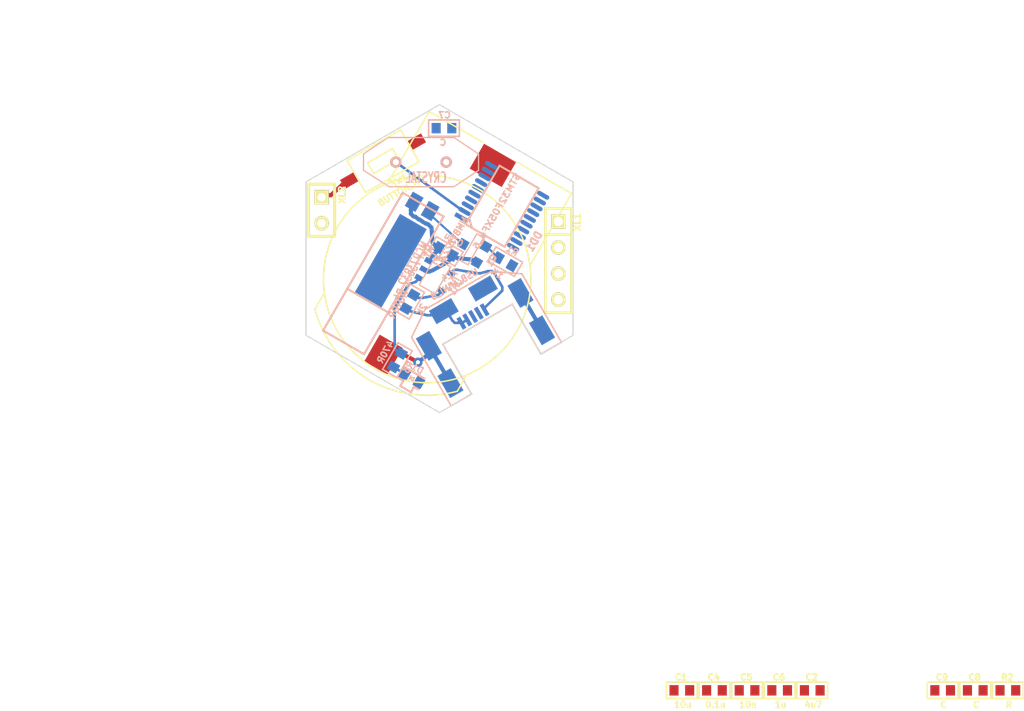
<source format=kicad_pcb>
(kicad_pcb (version 3) (host pcbnew "(2013-05-31 BZR 4019)-stable")

  (general
    (links 54)
    (no_connects 36)
    (area 197.849999 137.149999 223.950001 167.250001)
    (thickness 1.6)
    (drawings 25)
    (tracks 133)
    (zones 0)
    (modules 24)
    (nets 17)
  )

  (page A3)
  (layers
    (15 F.Cu signal)
    (0 B.Cu signal)
    (16 B.Adhes user)
    (17 F.Adhes user)
    (18 B.Paste user)
    (19 F.Paste user)
    (20 B.SilkS user)
    (21 F.SilkS user)
    (22 B.Mask user)
    (23 F.Mask user)
    (24 Dwgs.User user)
    (25 Cmts.User user)
    (26 Eco1.User user)
    (27 Eco2.User user)
    (28 Edge.Cuts user)
  )

  (setup
    (last_trace_width 0.2)
    (trace_clearance 0.2)
    (zone_clearance 0.508)
    (zone_45_only no)
    (trace_min 0.2)
    (segment_width 0.2)
    (edge_width 0.1)
    (via_size 0.9)
    (via_drill 0.4)
    (via_min_size 0.8)
    (via_min_drill 0.3)
    (uvia_size 0.3)
    (uvia_drill 0.1)
    (uvias_allowed no)
    (uvia_min_size 0.3)
    (uvia_min_drill 0.1)
    (pcb_text_width 0.3)
    (pcb_text_size 1.5 1.5)
    (mod_edge_width 0.15)
    (mod_text_size 1 1)
    (mod_text_width 0.15)
    (pad_size 1.5 1.5)
    (pad_drill 0.6)
    (pad_to_mask_clearance 0)
    (aux_axis_origin 0 0)
    (visible_elements FFFFFFBF)
    (pcbplotparams
      (layerselection 3178497)
      (usegerberextensions true)
      (excludeedgelayer true)
      (linewidth 0.150000)
      (plotframeref false)
      (viasonmask false)
      (mode 1)
      (useauxorigin false)
      (hpglpennumber 1)
      (hpglpenspeed 20)
      (hpglpendiameter 15)
      (hpglpenoverlay 2)
      (psnegative false)
      (psa4output false)
      (plotreference true)
      (plotvalue true)
      (plotothertext true)
      (plotinvisibletext false)
      (padsonsilk false)
      (subtractmaskfromsilk false)
      (outputformat 1)
      (mirror false)
      (drillshape 1)
      (scaleselection 1)
      (outputdirectory ""))
  )

  (net 0 "")
  (net 1 +BATT)
  (net 2 /Btn1)
  (net 3 /SWCLK)
  (net 4 /SWDIO)
  (net 5 GND)
  (net 6 N-0000012)
  (net 7 N-0000017)
  (net 8 N-0000019)
  (net 9 N-0000020)
  (net 10 N-0000021)
  (net 11 N-0000022)
  (net 12 N-0000024)
  (net 13 N-0000025)
  (net 14 N-0000026)
  (net 15 N-0000027)
  (net 16 N-0000028)

  (net_class Default "This is the default net class."
    (clearance 0.2)
    (trace_width 0.2)
    (via_dia 0.9)
    (via_drill 0.4)
    (uvia_dia 0.3)
    (uvia_drill 0.1)
    (add_net "")
    (add_net /Btn1)
    (add_net /SWCLK)
    (add_net /SWDIO)
    (add_net N-0000012)
    (add_net N-0000017)
    (add_net N-0000019)
    (add_net N-0000020)
    (add_net N-0000021)
    (add_net N-0000022)
    (add_net N-0000024)
    (add_net N-0000025)
    (add_net N-0000026)
    (add_net N-0000027)
    (add_net N-0000028)
  )

  (net_class Pwr ""
    (clearance 0.2)
    (trace_width 0.4)
    (via_dia 0.9)
    (via_drill 0.4)
    (uvia_dia 0.3)
    (uvia_drill 0.1)
    (add_net +BATT)
    (add_net GND)
  )

  (module USBmicro_MOLEX_WM17142 (layer B.Cu) (tedit 5191FED1) (tstamp 52D3BDD5)
    (at 214.6 158.6 120)
    (descr "Molex uUSB, PCB cut needed")
    (path /52CE7435)
    (fp_text reference XL4 (at 5.5 0 390) (layer B.SilkS)
      (effects (font (size 0.6 0.6) (thickness 0.15)) (justify mirror))
    )
    (fp_text value USB_MINI_B (at 4.5 0 390) (layer B.SilkS)
      (effects (font (size 0.6 0.6) (thickness 0.15)) (justify mirror))
    )
    (fp_line (start -5.6 3.9) (end -5.6 6.2) (layer B.SilkS) (width 0.15))
    (fp_line (start -5.6 6.2) (end 2.1 6.2) (layer B.SilkS) (width 0.15))
    (fp_line (start 2.1 6.2) (end 3.8 3.7) (layer B.SilkS) (width 0.15))
    (fp_line (start 3.8 3.7) (end 3.8 -3.7) (layer B.SilkS) (width 0.15))
    (fp_line (start 3.8 -3.7) (end 2.1 -6.2) (layer B.SilkS) (width 0.15))
    (fp_line (start 2.1 -6.2) (end -5.6 -6.2) (layer B.SilkS) (width 0.15))
    (fp_line (start -5.6 -6.2) (end -5.6 -3.9) (layer B.SilkS) (width 0.15))
    (fp_line (start -5.6 3.9) (end 0 3.9) (layer B.SilkS) (width 0.15))
    (fp_line (start 0 3.9) (end 0 -3.9) (layer B.SilkS) (width 0.15))
    (fp_line (start 0 -3.9) (end -5.6 -3.9) (layer B.SilkS) (width 0.15))
    (pad SHLD smd rect (at -3.65 5.15 120) (size 2.5 1.5)
      (layers B.Cu B.Paste B.Mask)
      (net 5 GND)
    )
    (pad SHLD smd rect (at -3.65 -5.15 120) (size 2.5 1.5)
      (layers B.Cu B.Paste B.Mask)
      (net 5 GND)
    )
    (pad SHLD smd rect (at 0.55 5.15 120) (size 2.5 1.5)
      (layers B.Cu B.Paste B.Mask)
      (net 5 GND)
    )
    (pad SHLD smd rect (at 0.55 -5.15 120) (size 2.5 1.5)
      (layers B.Cu B.Paste B.Mask)
      (net 5 GND)
    )
    (pad SHLD smd rect (at 2.75 2.2 30) (size 2.5 1.5)
      (layers B.Cu B.Paste B.Mask)
      (net 5 GND)
    )
    (pad SHLD smd rect (at 2.75 -2.2 30) (size 2.5 1.5)
      (layers B.Cu B.Paste B.Mask)
      (net 5 GND)
    )
    (pad 1 smd rect (at 0.875 1.3 120) (size 1.25 0.4)
      (layers B.Cu B.Paste B.Mask)
      (net 9 N-0000020)
    )
    (pad 2 smd rect (at 0.875 0.65 120) (size 1.25 0.4)
      (layers B.Cu B.Paste B.Mask)
    )
    (pad 3 smd rect (at 0.875 0 120) (size 1.25 0.4)
      (layers B.Cu B.Paste B.Mask)
    )
    (pad 4 smd rect (at 0.875 -0.65 120) (size 1.25 0.4)
      (layers B.Cu B.Paste B.Mask)
      (net 5 GND)
    )
    (pad 5 smd rect (at 0.875 -1.3 120) (size 1.25 0.4)
      (layers B.Cu B.Paste B.Mask)
      (net 5 GND)
    )
  )

  (module SSOP20 (layer B.Cu) (tedit 4D9B0B51) (tstamp 52CE6D2E)
    (at 217 147.1 60)
    (path /52CE5024)
    (fp_text reference DD1 (at -1.39954 4.42468 60) (layer B.SilkS)
      (effects (font (size 0.70104 0.70104) (thickness 0.17526)) (justify mirror))
    )
    (fp_text value STM32F05XF4_6 (at -0.68072 -0.21082 60) (layer B.SilkS)
      (effects (font (size 0.59944 0.70104) (thickness 0.14986)) (justify mirror))
    )
    (fp_line (start -3.29946 -1.50114) (end -2.60096 -2.19964) (layer B.SilkS) (width 0.20066))
    (fp_line (start -2.60096 -2.19964) (end -2.4003 -2.19964) (layer B.SilkS) (width 0.20066))
    (fp_line (start -3.29946 0) (end -3.29946 2.19964) (layer B.SilkS) (width 0.20066))
    (fp_line (start -3.29946 2.19964) (end 3.29946 2.19964) (layer B.SilkS) (width 0.20066))
    (fp_line (start 3.29946 2.19964) (end 3.29946 -2.19964) (layer B.SilkS) (width 0.20066))
    (fp_line (start 3.29946 -2.19964) (end -3.29946 -2.19964) (layer B.SilkS) (width 0.20066))
    (fp_line (start -3.29946 -2.19964) (end -3.29946 0) (layer B.SilkS) (width 0.20066))
    (pad 1 smd rect (at -2.94894 -2.92862 60) (size 0.4318 1.30048)
      (layers B.Cu B.Paste B.Mask)
      (net 5 GND)
    )
    (pad 2 smd oval (at -2.2733 -2.92862 60) (size 0.4318 1.30048)
      (layers B.Cu B.Paste B.Mask)
      (net 16 N-0000028)
    )
    (pad 3 smd oval (at -1.6256 -2.92862 60) (size 0.4318 1.30048)
      (layers B.Cu B.Paste B.Mask)
      (net 11 N-0000022)
    )
    (pad 4 smd oval (at -0.97536 -2.92862 60) (size 0.4318 1.30048)
      (layers B.Cu B.Paste B.Mask)
    )
    (pad 5 smd oval (at -0.32512 -2.92862 60) (size 0.4318 1.30048)
      (layers B.Cu B.Paste B.Mask)
      (net 1 +BATT)
    )
    (pad 6 smd oval (at 0.32512 -2.92862 60) (size 0.4318 1.30048)
      (layers B.Cu B.Paste B.Mask)
    )
    (pad 7 smd oval (at 0.97536 -2.92862 60) (size 0.4318 1.30048)
      (layers B.Cu B.Paste B.Mask)
      (net 12 N-0000024)
    )
    (pad 8 smd oval (at 1.6256 -2.92862 60) (size 0.4318 1.30048)
      (layers B.Cu B.Paste B.Mask)
      (net 2 /Btn1)
    )
    (pad 9 smd oval (at 2.27584 -2.92862 60) (size 0.4318 1.30048)
      (layers B.Cu B.Paste B.Mask)
    )
    (pad 10 smd oval (at 2.92608 -2.92862 60) (size 0.4318 1.30048)
      (layers B.Cu B.Paste B.Mask)
    )
    (pad 11 smd oval (at 2.92608 2.92862 60) (size 0.4318 1.30048)
      (layers B.Cu B.Paste B.Mask)
    )
    (pad 12 smd oval (at 2.27584 2.92862 60) (size 0.4318 1.30048)
      (layers B.Cu B.Paste B.Mask)
    )
    (pad 13 smd oval (at 1.6256 2.92862 60) (size 0.4318 1.30048)
      (layers B.Cu B.Paste B.Mask)
    )
    (pad 14 smd oval (at 0.97536 2.92862 60) (size 0.4318 1.30048)
      (layers B.Cu B.Paste B.Mask)
    )
    (pad 15 smd oval (at 0.32512 2.92862 60) (size 0.4318 1.30048)
      (layers B.Cu B.Paste B.Mask)
      (net 5 GND)
    )
    (pad 16 smd oval (at -0.32512 2.92862 60) (size 0.4318 1.30048)
      (layers B.Cu B.Paste B.Mask)
      (net 1 +BATT)
    )
    (pad 17 smd oval (at -0.97536 2.92862 60) (size 0.4318 1.30048)
      (layers B.Cu B.Paste B.Mask)
      (net 6 N-0000012)
    )
    (pad 18 smd oval (at -1.6256 2.92862 60) (size 0.4318 1.30048)
      (layers B.Cu B.Paste B.Mask)
    )
    (pad 19 smd oval (at -2.27584 2.92862 60) (size 0.4318 1.30048)
      (layers B.Cu B.Paste B.Mask)
      (net 4 /SWDIO)
    )
    (pad 20 smd oval (at -2.92608 2.92862 60) (size 0.4318 1.30048)
      (layers B.Cu B.Paste B.Mask)
      (net 3 /SWCLK)
    )
  )

  (module SOT23 (layer B.Cu) (tedit 4FFB45DA) (tstamp 52CE6D39)
    (at 214.1 151.3 60)
    (descr "Module SOT23")
    (path /52CE5E02)
    (attr smd)
    (fp_text reference Q1 (at 0 2.159 60) (layer B.SilkS)
      (effects (font (size 0.59944 0.59944) (thickness 0.14986)) (justify mirror))
    )
    (fp_text value MMBT2222 (at 0 -2.10058 60) (layer B.SilkS)
      (effects (font (size 0.59944 0.59944) (thickness 0.14986)) (justify mirror))
    )
    (fp_line (start -1.524 0.381) (end 1.524 0.381) (layer B.SilkS) (width 0.127))
    (fp_line (start 1.524 0.381) (end 1.524 -0.381) (layer B.SilkS) (width 0.127))
    (fp_line (start 1.524 -0.381) (end -1.524 -0.381) (layer B.SilkS) (width 0.127))
    (fp_line (start -1.524 -0.381) (end -1.524 0.381) (layer B.SilkS) (width 0.127))
    (pad 2 smd rect (at -0.889 1.016 60) (size 0.9144 0.9144)
      (layers B.Cu B.Paste B.Mask)
      (net 5 GND)
    )
    (pad 1 smd rect (at 0.889 1.016 60) (size 0.9144 0.9144)
      (layers B.Cu B.Paste B.Mask)
      (net 13 N-0000025)
    )
    (pad 3 smd rect (at 0 -1.016 60) (size 0.9144 0.9144)
      (layers B.Cu B.Paste B.Mask)
      (net 14 N-0000026)
    )
    (model 3d\sot23-3.wrl
      (at (xyz 0 0 0))
      (scale (xyz 1 1 1))
      (rotate (xyz 0 0 180))
    )
  )

  (module SIL-4 (layer F.Cu) (tedit 4EBAF149) (tstamp 52CE6D46)
    (at 222.474 152.392 270)
    (descr "Single-line connector 4-pin")
    (path /52CE6248)
    (fp_text reference XL1 (at -3.74904 -1.84912 270) (layer F.SilkS)
      (effects (font (size 0.635 0.635) (thickness 0.16002)))
    )
    (fp_text value ST_SWD (at 3.59918 -1.84912 270) (layer F.SilkS) hide
      (effects (font (size 0.635 0.635) (thickness 0.16002)))
    )
    (fp_line (start -2.54 -1.27) (end -2.54 1.27) (layer F.SilkS) (width 0.254))
    (fp_line (start -5.08 -1.27) (end 5.08 -1.27) (layer F.SilkS) (width 0.254))
    (fp_line (start 5.08 -1.27) (end 5.08 1.27) (layer F.SilkS) (width 0.254))
    (fp_line (start 5.08 1.27) (end -5.08 1.27) (layer F.SilkS) (width 0.254))
    (fp_line (start -5.08 1.27) (end -5.08 -1.27) (layer F.SilkS) (width 0.254))
    (pad 1 thru_hole rect (at -3.81 0 270) (size 1.39954 1.39954) (drill 0.89916)
      (layers *.Cu *.Mask F.SilkS)
      (net 1 +BATT)
    )
    (pad 2 thru_hole circle (at -1.27 0 270) (size 1.39954 1.39954) (drill 0.89916)
      (layers *.Cu *.Mask F.SilkS)
      (net 3 /SWCLK)
    )
    (pad 3 thru_hole circle (at 1.27 0 270) (size 1.39954 1.39954) (drill 0.89916)
      (layers *.Cu *.Mask F.SilkS)
      (net 5 GND)
    )
    (pad 4 thru_hole circle (at 3.81 0 270) (size 1.39954 1.39954) (drill 0.89916)
      (layers *.Cu *.Mask F.SilkS)
      (net 4 /SWDIO)
    )
  )

  (module SIL-2 (layer F.Cu) (tedit 4CE6706A) (tstamp 52CE6D50)
    (at 199.417 147.491 270)
    (descr "Connecteurs 2 pins")
    (tags "CONN DEV")
    (path /52CE6099)
    (fp_text reference XL2 (at -1.50114 -1.99898 270) (layer F.SilkS)
      (effects (font (size 0.635 0.635) (thickness 0.16002)))
    )
    (fp_text value CONN_2 (at 1.50114 -1.99898 270) (layer F.SilkS) hide
      (effects (font (size 0.635 0.635) (thickness 0.16002)))
    )
    (fp_line (start -2.54 1.27) (end -2.54 -1.27) (layer F.SilkS) (width 0.3048))
    (fp_line (start -2.54 -1.27) (end 2.54 -1.27) (layer F.SilkS) (width 0.3048))
    (fp_line (start 2.54 -1.27) (end 2.54 1.27) (layer F.SilkS) (width 0.3048))
    (fp_line (start 2.54 1.27) (end -2.54 1.27) (layer F.SilkS) (width 0.3048))
    (pad 1 thru_hole rect (at -1.27 0 270) (size 1.397 1.397) (drill 0.8128)
      (layers *.Cu *.Mask F.SilkS)
      (net 5 GND)
    )
    (pad 2 thru_hole circle (at 1.27 0 270) (size 1.397 1.397) (drill 0.8128)
      (layers *.Cu *.Mask F.SilkS)
      (net 6 N-0000012)
    )
  )

  (module RES_0603 (layer B.Cu) (tedit 518CEC2B) (tstamp 52CE6D5B)
    (at 217.3 152.5 150)
    (path /52CE5F4C)
    (attr smd)
    (fp_text reference R1 (at -0.0635 1.27 150) (layer B.SilkS)
      (effects (font (size 0.6 0.6) (thickness 0.15)) (justify mirror))
    )
    (fp_text value 1K (at 0.09906 -1.39954 150) (layer B.SilkS)
      (effects (font (size 0.6 0.6) (thickness 0.15)) (justify mirror))
    )
    (fp_line (start -1.5 0) (end -1.5 0.8) (layer B.SilkS) (width 0.15))
    (fp_line (start -1.5 0.8) (end 1.5 0.8) (layer B.SilkS) (width 0.15))
    (fp_line (start 1.5 0.8) (end 1.5 -0.8) (layer B.SilkS) (width 0.15))
    (fp_line (start 1.5 -0.8) (end -1.5 -0.8) (layer B.SilkS) (width 0.15))
    (fp_line (start -1.5 -0.8) (end -1.5 0) (layer B.SilkS) (width 0.15))
    (pad 1 smd rect (at -0.762 0 150) (size 0.889 1.016)
      (layers B.Cu B.Paste B.Mask)
      (net 12 N-0000024)
    )
    (pad 2 smd rect (at 0.762 0 150) (size 0.889 1.016)
      (layers B.Cu B.Paste B.Mask)
      (net 13 N-0000025)
    )
    (model 3d\r_0603.wrl
      (at (xyz 0 0 0))
      (scale (xyz 1 1 1))
      (rotate (xyz 0 0 0))
    )
  )

  (module RES_0603 (layer F.Cu) (tedit 518CEC2B) (tstamp 52CE6D66)
    (at 266.25 194.275)
    (path /52CE5C7A)
    (attr smd)
    (fp_text reference R2 (at -0.0635 -1.27) (layer F.SilkS)
      (effects (font (size 0.6 0.6) (thickness 0.15)))
    )
    (fp_text value R (at 0.09906 1.39954) (layer F.SilkS)
      (effects (font (size 0.6 0.6) (thickness 0.15)))
    )
    (fp_line (start -1.5 0) (end -1.5 -0.8) (layer F.SilkS) (width 0.15))
    (fp_line (start -1.5 -0.8) (end 1.5 -0.8) (layer F.SilkS) (width 0.15))
    (fp_line (start 1.5 -0.8) (end 1.5 0.8) (layer F.SilkS) (width 0.15))
    (fp_line (start 1.5 0.8) (end -1.5 0.8) (layer F.SilkS) (width 0.15))
    (fp_line (start -1.5 0.8) (end -1.5 0) (layer F.SilkS) (width 0.15))
    (pad 1 smd rect (at -0.762 0) (size 0.889 1.016)
      (layers F.Cu F.Paste F.Mask)
      (net 11 N-0000022)
    )
    (pad 2 smd rect (at 0.762 0) (size 0.889 1.016)
      (layers F.Cu F.Paste F.Mask)
      (net 15 N-0000027)
    )
    (model 3d\r_0603.wrl
      (at (xyz 0 0 0))
      (scale (xyz 1 1 1))
      (rotate (xyz 0 0 0))
    )
  )

  (module MOTOR_KHN4NX (layer B.Cu) (tedit 52A1BDC5) (tstamp 52CE6D75)
    (at 209.31 146.942 60)
    (path /52CE5E48)
    (fp_text reference M1 (at -3.7 2.8 60) (layer B.SilkS)
      (effects (font (size 0.6 0.6) (thickness 0.15)) (justify mirror))
    )
    (fp_text value MOTOR (at -9.6 2.8 60) (layer B.SilkS)
      (effects (font (size 0.6 0.6) (thickness 0.15)) (justify mirror))
    )
    (fp_line (start -10.8 -2.3) (end -15.5 -2.3) (layer B.SilkS) (width 0.2))
    (fp_line (start -15.5 -2.3) (end -15.5 2.3) (layer B.SilkS) (width 0.2))
    (fp_line (start -15.5 2.3) (end -10.8 2.3) (layer B.SilkS) (width 0.2))
    (fp_line (start 0 0) (end 0 -2.3) (layer B.SilkS) (width 0.2))
    (fp_line (start 0 -2.3) (end -10.8 -2.3) (layer B.SilkS) (width 0.2))
    (fp_line (start -10.8 -2.3) (end -10.8 2.3) (layer B.SilkS) (width 0.2))
    (fp_line (start -10.8 2.3) (end 0 2.3) (layer B.SilkS) (width 0.2))
    (fp_line (start 0 2.3) (end 0 0) (layer B.SilkS) (width 0.2))
    (pad 1 smd rect (at -0.2 0.9 60) (size 1.6 1.2)
      (layers B.Cu B.Paste B.Mask)
      (net 14 N-0000026)
    )
    (pad 2 smd rect (at -0.2 -0.9 60) (size 1.6 1.2)
      (layers B.Cu B.Paste B.Mask)
      (net 1 +BATT)
    )
    (pad PAD smd rect (at -6.3 0 60) (size 8.8 3)
      (layers B.Cu B.Paste B.Mask)
    )
  )

  (module CRYSTAL_HC49 (layer B.Cu) (tedit 4ECE10F1) (tstamp 52CE6D85)
    (at 209.1 142.8 180)
    (path /52CE5CED)
    (fp_text reference XTAL1 (at 0 1.75006 180) (layer B.SilkS) hide
      (effects (font (size 0.635 0.635) (thickness 0.16002)) (justify mirror))
    )
    (fp_text value CRYSTAL (at -0.50038 -1.50114 180) (layer B.SilkS)
      (effects (font (size 1.00076 0.635) (thickness 0.14986)) (justify mirror))
    )
    (fp_line (start 5.6007 0) (end 5.6007 -0.8001) (layer B.SilkS) (width 0.127))
    (fp_line (start 5.6007 -0.8001) (end 3.0988 -2.4003) (layer B.SilkS) (width 0.127))
    (fp_line (start 5.6007 0) (end 5.6007 0.8001) (layer B.SilkS) (width 0.127))
    (fp_line (start 5.6007 0.8001) (end 3.2004 2.4003) (layer B.SilkS) (width 0.127))
    (fp_line (start -5.6007 0) (end -5.6007 -0.8001) (layer B.SilkS) (width 0.127))
    (fp_line (start -5.6007 -0.8001) (end -3.2004 -2.4003) (layer B.SilkS) (width 0.127))
    (fp_line (start -5.6007 0) (end -5.6007 0.8001) (layer B.SilkS) (width 0.127))
    (fp_line (start -5.6007 0.8001) (end -3.2004 2.4003) (layer B.SilkS) (width 0.127))
    (fp_line (start 3.0988 -2.4003) (end -3.2004 -2.4003) (layer B.SilkS) (width 0.127))
    (fp_line (start -3.2004 2.4003) (end 3.2004 2.4003) (layer B.SilkS) (width 0.127))
    (pad 1 thru_hole circle (at -2.4511 0 90) (size 1.09982 1.09982) (drill 0.59944)
      (layers *.Cu *.Mask B.SilkS)
      (net 15 N-0000027)
    )
    (pad 2 thru_hole circle (at 2.4511 0 90) (size 1.09982 1.09982) (drill 0.59944)
      (layers *.Cu *.Mask B.SilkS)
      (net 16 N-0000028)
    )
  )

  (module CAP_0603 (layer F.Cu) (tedit 518CEBE1) (tstamp 52CE6D90)
    (at 263.075 194.275)
    (path /52CE5CDE)
    (attr smd)
    (fp_text reference C8 (at -0.0635 -1.27) (layer F.SilkS)
      (effects (font (size 0.6 0.6) (thickness 0.15)))
    )
    (fp_text value C (at 0.09906 1.39954) (layer F.SilkS)
      (effects (font (size 0.6 0.6) (thickness 0.15)))
    )
    (fp_line (start -1.5 0) (end -1.5 -0.8) (layer F.SilkS) (width 0.15))
    (fp_line (start -1.5 -0.8) (end 1.5 -0.8) (layer F.SilkS) (width 0.15))
    (fp_line (start 1.5 -0.8) (end 1.5 0.8) (layer F.SilkS) (width 0.15))
    (fp_line (start 1.5 0.8) (end -1.5 0.8) (layer F.SilkS) (width 0.15))
    (fp_line (start -1.5 0.8) (end -1.5 0) (layer F.SilkS) (width 0.15))
    (pad 1 smd rect (at -0.762 0) (size 0.889 1.016)
      (layers F.Cu F.Paste F.Mask)
      (net 16 N-0000028)
    )
    (pad 2 smd rect (at 0.762 0) (size 0.889 1.016)
      (layers F.Cu F.Paste F.Mask)
      (net 5 GND)
    )
    (model 3d\c_0603.wrl
      (at (xyz 0 0 0))
      (scale (xyz 1 1 1))
      (rotate (xyz 0 0 0))
    )
  )

  (module CAP_0603 (layer B.Cu) (tedit 518CEBE1) (tstamp 52CE6D9B)
    (at 211.336 139.488 180)
    (path /52CE5CCF)
    (attr smd)
    (fp_text reference C7 (at -0.0635 1.27 180) (layer B.SilkS)
      (effects (font (size 0.6 0.6) (thickness 0.15)) (justify mirror))
    )
    (fp_text value C (at 0.09906 -1.39954 180) (layer B.SilkS)
      (effects (font (size 0.6 0.6) (thickness 0.15)) (justify mirror))
    )
    (fp_line (start -1.5 0) (end -1.5 0.8) (layer B.SilkS) (width 0.15))
    (fp_line (start -1.5 0.8) (end 1.5 0.8) (layer B.SilkS) (width 0.15))
    (fp_line (start 1.5 0.8) (end 1.5 -0.8) (layer B.SilkS) (width 0.15))
    (fp_line (start 1.5 -0.8) (end -1.5 -0.8) (layer B.SilkS) (width 0.15))
    (fp_line (start -1.5 -0.8) (end -1.5 0) (layer B.SilkS) (width 0.15))
    (pad 1 smd rect (at -0.762 0 180) (size 0.889 1.016)
      (layers B.Cu B.Paste B.Mask)
      (net 15 N-0000027)
    )
    (pad 2 smd rect (at 0.762 0 180) (size 0.889 1.016)
      (layers B.Cu B.Paste B.Mask)
      (net 5 GND)
    )
    (model 3d\c_0603.wrl
      (at (xyz 0 0 0))
      (scale (xyz 1 1 1))
      (rotate (xyz 0 0 0))
    )
  )

  (module CAP_0603 (layer F.Cu) (tedit 518CEBE1) (tstamp 52CE6DA6)
    (at 247.2 194.275)
    (path /52CE5B89)
    (attr smd)
    (fp_text reference C2 (at -0.0635 -1.27) (layer F.SilkS)
      (effects (font (size 0.6 0.6) (thickness 0.15)))
    )
    (fp_text value 4u7 (at 0.09906 1.39954) (layer F.SilkS)
      (effects (font (size 0.6 0.6) (thickness 0.15)))
    )
    (fp_line (start -1.5 0) (end -1.5 -0.8) (layer F.SilkS) (width 0.15))
    (fp_line (start -1.5 -0.8) (end 1.5 -0.8) (layer F.SilkS) (width 0.15))
    (fp_line (start 1.5 -0.8) (end 1.5 0.8) (layer F.SilkS) (width 0.15))
    (fp_line (start 1.5 0.8) (end -1.5 0.8) (layer F.SilkS) (width 0.15))
    (fp_line (start -1.5 0.8) (end -1.5 0) (layer F.SilkS) (width 0.15))
    (pad 1 smd rect (at -0.762 0) (size 0.889 1.016)
      (layers F.Cu F.Paste F.Mask)
      (net 1 +BATT)
    )
    (pad 2 smd rect (at 0.762 0) (size 0.889 1.016)
      (layers F.Cu F.Paste F.Mask)
      (net 5 GND)
    )
    (model 3d\c_0603.wrl
      (at (xyz 0 0 0))
      (scale (xyz 1 1 1))
      (rotate (xyz 0 0 0))
    )
  )

  (module CAP_0603 (layer B.Cu) (tedit 518CEBE1) (tstamp 52CE6DB1)
    (at 211.5 151.5 330)
    (path /52CE5B57)
    (attr smd)
    (fp_text reference C3 (at -0.0635 1.27 330) (layer B.SilkS)
      (effects (font (size 0.6 0.6) (thickness 0.15)) (justify mirror))
    )
    (fp_text value 0.1u (at 0.09906 -1.39954 330) (layer B.SilkS)
      (effects (font (size 0.6 0.6) (thickness 0.15)) (justify mirror))
    )
    (fp_line (start -1.5 0) (end -1.5 0.8) (layer B.SilkS) (width 0.15))
    (fp_line (start -1.5 0.8) (end 1.5 0.8) (layer B.SilkS) (width 0.15))
    (fp_line (start 1.5 0.8) (end 1.5 -0.8) (layer B.SilkS) (width 0.15))
    (fp_line (start 1.5 -0.8) (end -1.5 -0.8) (layer B.SilkS) (width 0.15))
    (fp_line (start -1.5 -0.8) (end -1.5 0) (layer B.SilkS) (width 0.15))
    (pad 1 smd rect (at -0.762 0 330) (size 0.889 1.016)
      (layers B.Cu B.Paste B.Mask)
      (net 1 +BATT)
    )
    (pad 2 smd rect (at 0.762 0 330) (size 0.889 1.016)
      (layers B.Cu B.Paste B.Mask)
      (net 5 GND)
    )
    (model 3d\c_0603.wrl
      (at (xyz 0 0 0))
      (scale (xyz 1 1 1))
      (rotate (xyz 0 0 0))
    )
  )

  (module CAP_0603 (layer F.Cu) (tedit 518CEBE1) (tstamp 52CE6DBC)
    (at 234.5 194.275)
    (path /52CE5E9E)
    (attr smd)
    (fp_text reference C1 (at -0.0635 -1.27) (layer F.SilkS)
      (effects (font (size 0.6 0.6) (thickness 0.15)))
    )
    (fp_text value 10u (at 0.09906 1.39954) (layer F.SilkS)
      (effects (font (size 0.6 0.6) (thickness 0.15)))
    )
    (fp_line (start -1.5 0) (end -1.5 -0.8) (layer F.SilkS) (width 0.15))
    (fp_line (start -1.5 -0.8) (end 1.5 -0.8) (layer F.SilkS) (width 0.15))
    (fp_line (start 1.5 -0.8) (end 1.5 0.8) (layer F.SilkS) (width 0.15))
    (fp_line (start 1.5 0.8) (end -1.5 0.8) (layer F.SilkS) (width 0.15))
    (fp_line (start -1.5 0.8) (end -1.5 0) (layer F.SilkS) (width 0.15))
    (pad 1 smd rect (at -0.762 0) (size 0.889 1.016)
      (layers F.Cu F.Paste F.Mask)
      (net 1 +BATT)
    )
    (pad 2 smd rect (at 0.762 0) (size 0.889 1.016)
      (layers F.Cu F.Paste F.Mask)
      (net 5 GND)
    )
    (model 3d\c_0603.wrl
      (at (xyz 0 0 0))
      (scale (xyz 1 1 1))
      (rotate (xyz 0 0 0))
    )
  )

  (module CAP_0603 (layer F.Cu) (tedit 518CEBE1) (tstamp 52CE6DC7)
    (at 237.675 194.275)
    (path /52CE5B1E)
    (attr smd)
    (fp_text reference C4 (at -0.0635 -1.27) (layer F.SilkS)
      (effects (font (size 0.6 0.6) (thickness 0.15)))
    )
    (fp_text value 0.1u (at 0.09906 1.39954) (layer F.SilkS)
      (effects (font (size 0.6 0.6) (thickness 0.15)))
    )
    (fp_line (start -1.5 0) (end -1.5 -0.8) (layer F.SilkS) (width 0.15))
    (fp_line (start -1.5 -0.8) (end 1.5 -0.8) (layer F.SilkS) (width 0.15))
    (fp_line (start 1.5 -0.8) (end 1.5 0.8) (layer F.SilkS) (width 0.15))
    (fp_line (start 1.5 0.8) (end -1.5 0.8) (layer F.SilkS) (width 0.15))
    (fp_line (start -1.5 0.8) (end -1.5 0) (layer F.SilkS) (width 0.15))
    (pad 1 smd rect (at -0.762 0) (size 0.889 1.016)
      (layers F.Cu F.Paste F.Mask)
      (net 1 +BATT)
    )
    (pad 2 smd rect (at 0.762 0) (size 0.889 1.016)
      (layers F.Cu F.Paste F.Mask)
      (net 5 GND)
    )
    (model 3d\c_0603.wrl
      (at (xyz 0 0 0))
      (scale (xyz 1 1 1))
      (rotate (xyz 0 0 0))
    )
  )

  (module CAP_0603 (layer F.Cu) (tedit 518CEBE1) (tstamp 52CE6DD2)
    (at 240.85 194.275)
    (path /52CE5AB5)
    (attr smd)
    (fp_text reference C5 (at -0.0635 -1.27) (layer F.SilkS)
      (effects (font (size 0.6 0.6) (thickness 0.15)))
    )
    (fp_text value 10n (at 0.09906 1.39954) (layer F.SilkS)
      (effects (font (size 0.6 0.6) (thickness 0.15)))
    )
    (fp_line (start -1.5 0) (end -1.5 -0.8) (layer F.SilkS) (width 0.15))
    (fp_line (start -1.5 -0.8) (end 1.5 -0.8) (layer F.SilkS) (width 0.15))
    (fp_line (start 1.5 -0.8) (end 1.5 0.8) (layer F.SilkS) (width 0.15))
    (fp_line (start 1.5 0.8) (end -1.5 0.8) (layer F.SilkS) (width 0.15))
    (fp_line (start -1.5 0.8) (end -1.5 0) (layer F.SilkS) (width 0.15))
    (pad 1 smd rect (at -0.762 0) (size 0.889 1.016)
      (layers F.Cu F.Paste F.Mask)
      (net 1 +BATT)
    )
    (pad 2 smd rect (at 0.762 0) (size 0.889 1.016)
      (layers F.Cu F.Paste F.Mask)
      (net 5 GND)
    )
    (model 3d\c_0603.wrl
      (at (xyz 0 0 0))
      (scale (xyz 1 1 1))
      (rotate (xyz 0 0 0))
    )
  )

  (module CAP_0603 (layer F.Cu) (tedit 518CEBE1) (tstamp 52CE6DDD)
    (at 244.025 194.275)
    (path /52CE5A8F)
    (attr smd)
    (fp_text reference C6 (at -0.0635 -1.27) (layer F.SilkS)
      (effects (font (size 0.6 0.6) (thickness 0.15)))
    )
    (fp_text value 1u (at 0.09906 1.39954) (layer F.SilkS)
      (effects (font (size 0.6 0.6) (thickness 0.15)))
    )
    (fp_line (start -1.5 0) (end -1.5 -0.8) (layer F.SilkS) (width 0.15))
    (fp_line (start -1.5 -0.8) (end 1.5 -0.8) (layer F.SilkS) (width 0.15))
    (fp_line (start 1.5 -0.8) (end 1.5 0.8) (layer F.SilkS) (width 0.15))
    (fp_line (start 1.5 0.8) (end -1.5 0.8) (layer F.SilkS) (width 0.15))
    (fp_line (start -1.5 0.8) (end -1.5 0) (layer F.SilkS) (width 0.15))
    (pad 1 smd rect (at -0.762 0) (size 0.889 1.016)
      (layers F.Cu F.Paste F.Mask)
      (net 1 +BATT)
    )
    (pad 2 smd rect (at 0.762 0) (size 0.889 1.016)
      (layers F.Cu F.Paste F.Mask)
      (net 5 GND)
    )
    (model 3d\c_0603.wrl
      (at (xyz 0 0 0))
      (scale (xyz 1 1 1))
      (rotate (xyz 0 0 0))
    )
  )

  (module RES_0603 (layer B.Cu) (tedit 518CEC2B) (tstamp 52D3BD2F)
    (at 206.8 162.1 60)
    (path /52CE76E8)
    (attr smd)
    (fp_text reference R3 (at -0.0635 1.27 60) (layer B.SilkS)
      (effects (font (size 0.6 0.6) (thickness 0.15)) (justify mirror))
    )
    (fp_text value 470R (at 0.09906 -1.39954 60) (layer B.SilkS)
      (effects (font (size 0.6 0.6) (thickness 0.15)) (justify mirror))
    )
    (fp_line (start -1.5 0) (end -1.5 0.8) (layer B.SilkS) (width 0.15))
    (fp_line (start -1.5 0.8) (end 1.5 0.8) (layer B.SilkS) (width 0.15))
    (fp_line (start 1.5 0.8) (end 1.5 -0.8) (layer B.SilkS) (width 0.15))
    (fp_line (start 1.5 -0.8) (end -1.5 -0.8) (layer B.SilkS) (width 0.15))
    (fp_line (start -1.5 -0.8) (end -1.5 0) (layer B.SilkS) (width 0.15))
    (pad 1 smd rect (at -0.762 0 60) (size 0.889 1.016)
      (layers B.Cu B.Paste B.Mask)
      (net 10 N-0000021)
    )
    (pad 2 smd rect (at 0.762 0 60) (size 0.889 1.016)
      (layers B.Cu B.Paste B.Mask)
      (net 8 N-0000019)
    )
    (model 3d\r_0603.wrl
      (at (xyz 0 0 0))
      (scale (xyz 1 1 1))
      (rotate (xyz 0 0 0))
    )
  )

  (module RES_0603 (layer B.Cu) (tedit 518CEC2B) (tstamp 52D3BD3A)
    (at 208 156.4 240)
    (path /52CE7BC8)
    (attr smd)
    (fp_text reference R4 (at -0.0635 1.27 240) (layer B.SilkS)
      (effects (font (size 0.6 0.6) (thickness 0.15)) (justify mirror))
    )
    (fp_text value 2K (at 0.09906 -1.39954 240) (layer B.SilkS)
      (effects (font (size 0.6 0.6) (thickness 0.15)) (justify mirror))
    )
    (fp_line (start -1.5 0) (end -1.5 0.8) (layer B.SilkS) (width 0.15))
    (fp_line (start -1.5 0.8) (end 1.5 0.8) (layer B.SilkS) (width 0.15))
    (fp_line (start 1.5 0.8) (end 1.5 -0.8) (layer B.SilkS) (width 0.15))
    (fp_line (start 1.5 -0.8) (end -1.5 -0.8) (layer B.SilkS) (width 0.15))
    (fp_line (start -1.5 -0.8) (end -1.5 0) (layer B.SilkS) (width 0.15))
    (pad 1 smd rect (at -0.762 0 240) (size 0.889 1.016)
      (layers B.Cu B.Paste B.Mask)
      (net 7 N-0000017)
    )
    (pad 2 smd rect (at 0.762 0 240) (size 0.889 1.016)
      (layers B.Cu B.Paste B.Mask)
      (net 5 GND)
    )
    (model 3d\r_0603.wrl
      (at (xyz 0 0 0))
      (scale (xyz 1 1 1))
      (rotate (xyz 0 0 0))
    )
  )

  (module CAP_0603 (layer F.Cu) (tedit 518CEBE1) (tstamp 52D3BD45)
    (at 259.9 194.275)
    (path /52CE7CC2)
    (attr smd)
    (fp_text reference C9 (at -0.0635 -1.27) (layer F.SilkS)
      (effects (font (size 0.6 0.6) (thickness 0.15)))
    )
    (fp_text value C (at 0.09906 1.39954) (layer F.SilkS)
      (effects (font (size 0.6 0.6) (thickness 0.15)))
    )
    (fp_line (start -1.5 0) (end -1.5 -0.8) (layer F.SilkS) (width 0.15))
    (fp_line (start -1.5 -0.8) (end 1.5 -0.8) (layer F.SilkS) (width 0.15))
    (fp_line (start 1.5 -0.8) (end 1.5 0.8) (layer F.SilkS) (width 0.15))
    (fp_line (start 1.5 0.8) (end -1.5 0.8) (layer F.SilkS) (width 0.15))
    (fp_line (start -1.5 0.8) (end -1.5 0) (layer F.SilkS) (width 0.15))
    (pad 1 smd rect (at -0.762 0) (size 0.889 1.016)
      (layers F.Cu F.Paste F.Mask)
      (net 1 +BATT)
    )
    (pad 2 smd rect (at 0.762 0) (size 0.889 1.016)
      (layers F.Cu F.Paste F.Mask)
      (net 5 GND)
    )
    (model 3d\c_0603.wrl
      (at (xyz 0 0 0))
      (scale (xyz 1 1 1))
      (rotate (xyz 0 0 0))
    )
  )

  (module SOT23-5 (layer B.Cu) (tedit 4FFB44DF) (tstamp 52D3BDE2)
    (at 210.459 153.881 60)
    (descr SOT23-5)
    (path /52CE75E1)
    (attr smd)
    (fp_text reference DA1 (at 0.09906 2.10058 60) (layer B.SilkS)
      (effects (font (size 1.00076 0.59944) (thickness 0.14986)) (justify mirror))
    )
    (fp_text value MCP73832 (at 0 -2.30124 60) (layer B.SilkS)
      (effects (font (size 1.00076 0.59944) (thickness 0.14986)) (justify mirror))
    )
    (fp_line (start 1.524 0.889) (end 1.524 -0.889) (layer B.SilkS) (width 0.127))
    (fp_line (start 1.524 -0.889) (end -1.524 -0.889) (layer B.SilkS) (width 0.127))
    (fp_line (start -1.524 -0.889) (end -1.524 0.889) (layer B.SilkS) (width 0.127))
    (fp_line (start -1.524 0.889) (end 1.524 0.889) (layer B.SilkS) (width 0.127))
    (pad 1 smd rect (at -0.9525 -1.27 60) (size 0.508 0.762)
      (layers B.Cu B.Paste B.Mask)
      (net 8 N-0000019)
    )
    (pad 3 smd rect (at 0.9525 -1.27 60) (size 0.508 0.762)
      (layers B.Cu B.Paste B.Mask)
      (net 1 +BATT)
    )
    (pad 5 smd rect (at -0.9525 1.27 60) (size 0.508 0.762)
      (layers B.Cu B.Paste B.Mask)
      (net 7 N-0000017)
    )
    (pad 2 smd rect (at 0 -1.27 60) (size 0.508 0.762)
      (layers B.Cu B.Paste B.Mask)
      (net 5 GND)
    )
    (pad 4 smd rect (at 0.9525 1.27 60) (size 0.508 0.762)
      (layers B.Cu B.Paste B.Mask)
      (net 9 N-0000020)
    )
    (model 3d\sot23-5.wrl
      (at (xyz 0 0 0))
      (scale (xyz 1 1 1))
      (rotate (xyz 0 0 0))
    )
  )

  (module LED_ANGLE (layer B.Cu) (tedit 4F101883) (tstamp 52D3BDF3)
    (at 208.199 163.878 150)
    (path /52CE76FE)
    (attr smd)
    (fp_text reference D1 (at 0 1.09982 150) (layer B.SilkS)
      (effects (font (size 0.635 0.635) (thickness 0.127)) (justify mirror))
    )
    (fp_text value LED (at 0 0 150) (layer B.SilkS) hide
      (effects (font (size 0.635 0.635) (thickness 0.127)) (justify mirror))
    )
    (fp_line (start -1.09982 0.59944) (end 1.09982 0.59944) (layer B.SilkS) (width 0.20066))
    (fp_line (start -0.59944 -0.59944) (end -1.09982 -0.59944) (layer B.SilkS) (width 0.20066))
    (fp_line (start 0.59944 -0.59944) (end 1.09982 -0.59944) (layer B.SilkS) (width 0.20066))
    (fp_line (start 0.59944 -0.59944) (end 0.59944 -1.19888) (layer B.SilkS) (width 0.20066))
    (fp_line (start 0.59944 -1.19888) (end -0.59944 -1.19888) (layer B.SilkS) (width 0.20066))
    (fp_line (start -0.59944 -1.19888) (end -0.59944 -0.59944) (layer B.SilkS) (width 0.20066))
    (fp_line (start 0.1905 0.1905) (end 0.1905 -0.1905) (layer B.SilkS) (width 0.127))
    (fp_line (start -0.1905 0) (end -0.1905 0.1905) (layer B.SilkS) (width 0.127))
    (fp_line (start -0.1905 0.1905) (end 0.1905 0) (layer B.SilkS) (width 0.127))
    (fp_line (start 0.1905 0) (end -0.1905 -0.1905) (layer B.SilkS) (width 0.127))
    (fp_line (start -0.1905 -0.1905) (end -0.1905 0) (layer B.SilkS) (width 0.127))
    (pad A smd rect (at -0.8001 0 150) (size 0.89916 1.00076)
      (layers B.Cu B.Paste B.Mask)
      (net 9 N-0000020)
    )
    (pad C smd rect (at 0.8001 0 150) (size 0.89916 1.00076)
      (layers B.Cu B.Paste B.Mask)
      (net 10 N-0000021)
    )
    (model smd/chip_cms.wrl
      (at (xyz 0 0 0))
      (scale (xyz 0.1 0.1 0.1))
      (rotate (xyz 0 0 0))
    )
  )

  (module BAT_CH7410 (layer F.Cu) (tedit 4EBE1055) (tstamp 52D3C7A4)
    (at 209.7 154.2 60)
    (path /52D3C73B)
    (fp_text reference B1 (at 0 -5.00126 60) (layer F.SilkS) hide
      (effects (font (size 1.524 1.524) (thickness 0.3048)))
    )
    (fp_text value BAT (at 0.24892 2.75082 60) (layer F.SilkS) hide
      (effects (font (size 1.524 1.524) (thickness 0.3048)))
    )
    (fp_line (start -8.001 8.001) (end -6.20014 8.001) (layer F.SilkS) (width 0.14986))
    (fp_line (start -8.001 -8.001) (end -6.20014 -8.001) (layer F.SilkS) (width 0.14986))
    (fp_arc (start 0 0) (end -8.001 8.001) (angle 90) (layer F.SilkS) (width 0.14986))
    (fp_line (start 14.2494 1.75006) (end 14.2494 8.001) (layer F.SilkS) (width 0.14986))
    (fp_line (start 14.2494 8.001) (end 6.25094 8.001) (layer F.SilkS) (width 0.14986))
    (fp_line (start 14.2494 -1.99898) (end 14.2494 -8.001) (layer F.SilkS) (width 0.14986))
    (fp_line (start 14.2494 -8.001) (end 5.99948 -8.001) (layer F.SilkS) (width 0.14986))
    (fp_circle (center 0 0) (end -10.09904 0) (layer F.SilkS) (width 0.14986))
    (pad C smd rect (at -8.49884 0 60) (size 2.99974 2.60096)
      (layers F.Cu F.Paste F.Mask)
      (net 5 GND)
    )
    (pad A smd rect (at 12.79906 0 60) (size 2.79908 3.59918)
      (layers F.Cu F.Paste F.Mask)
      (net 1 +BATT)
    )
  )

  (module BUTTON_IT1181A (layer F.Cu) (tedit 50D21BA1) (tstamp 52CE6DEB)
    (at 205.4 142.7 210)
    (descr "2-pin button 6x3x2.5")
    (path /52D3C93C)
    (fp_text reference SW1 (at -0.39878 -2.4003 210) (layer F.SilkS)
      (effects (font (size 0.59944 0.59944) (thickness 0.14986)))
    )
    (fp_text value BUTTON_H (at 0.20066 -3.40106 210) (layer F.SilkS)
      (effects (font (size 0.59944 0.59944) (thickness 0.14986)))
    )
    (fp_line (start 1.39954 -0.59944) (end 1.39954 0.59944) (layer F.SilkS) (width 0.14986))
    (fp_line (start 1.39954 0.59944) (end -1.39954 0.59944) (layer F.SilkS) (width 0.14986))
    (fp_line (start -1.39954 0.59944) (end -1.39954 -0.59944) (layer F.SilkS) (width 0.14986))
    (fp_line (start -1.39954 -0.59944) (end 1.39954 -0.59944) (layer F.SilkS) (width 0.14986))
    (fp_line (start 2.99974 -1.80086) (end 2.99974 1.80086) (layer F.SilkS) (width 0.14986))
    (fp_line (start 2.99974 1.80086) (end -2.99974 1.80086) (layer F.SilkS) (width 0.14986))
    (fp_line (start -2.99974 1.80086) (end -2.99974 -1.80086) (layer F.SilkS) (width 0.14986))
    (fp_line (start -2.99974 -1.80086) (end 2.99974 -1.80086) (layer F.SilkS) (width 0.14986))
    (pad 2 smd rect (at 3.79984 0 210) (size 1.50114 1.00076)
      (layers F.Cu F.Paste F.Mask)
      (net 5 GND)
    )
    (pad 1 smd rect (at -3.79984 0 210) (size 1.50114 1.00076)
      (layers F.Cu F.Paste F.Mask)
      (net 2 /Btn1)
    )
  )

  (gr_line (start 210.9 167.2) (end 223.9 159.675) (angle 90) (layer Dwgs.User) (width 0.2))
  (gr_line (start 220.775 161.5) (end 223.9 159.675) (angle 90) (layer Edge.Cuts) (width 0.1))
  (gr_line (start 217.975 156.65) (end 220.775 161.5) (angle 90) (layer Edge.Cuts) (width 0.1))
  (gr_line (start 211.225 160.55) (end 217.975 156.65) (angle 90) (layer Edge.Cuts) (width 0.1))
  (gr_line (start 214.025 165.4) (end 211.225 160.55) (angle 90) (layer Edge.Cuts) (width 0.1))
  (gr_line (start 210.9 167.2) (end 214.025 165.4) (angle 90) (layer Edge.Cuts) (width 0.1))
  (dimension 15.02084 (width 0.3) (layer Dwgs.User)
    (gr_text "15,021 mm" (at 220.649957 169.052044 30.06423927) (layer Dwgs.User)
      (effects (font (size 1.5 1.5) (thickness 0.3)))
    )
    (feature1 (pts (xy 223.9 159.675) (xy 227.826267 166.457921)))
    (feature2 (pts (xy 210.9 167.2) (xy 214.826267 173.982921)))
    (crossbar (pts (xy 213.473647 171.646168) (xy 226.473647 164.121168)))
    (arrow1a (pts (xy 226.473647 164.121168) (xy 225.792478 165.193039)))
    (arrow1b (pts (xy 226.473647 164.121168) (xy 225.204919 164.177987)))
    (arrow2a (pts (xy 213.473647 171.646168) (xy 214.742375 171.589349)))
    (arrow2b (pts (xy 213.473647 171.646168) (xy 214.154816 170.574297)))
  )
  (gr_line (start 197.9 144.725) (end 197.55 144.725) (angle 90) (layer Dwgs.User) (width 0.2))
  (gr_line (start 197.9 144.725) (end 197.9 144.425) (angle 90) (layer Dwgs.User) (width 0.2))
  (gr_line (start 197.9 159.675) (end 197.45 159.675) (angle 90) (layer Dwgs.User) (width 0.2))
  (gr_line (start 197.9 159.675) (end 197.9 160.175) (angle 90) (layer Dwgs.User) (width 0.2))
  (gr_line (start 223.9 159.675) (end 224.3 159.675) (angle 90) (layer Dwgs.User) (width 0.2))
  (gr_line (start 223.9 159.675) (end 223.9 160.1) (angle 90) (layer Dwgs.User) (width 0.2))
  (gr_line (start 223.9 144.725) (end 223.9 144.05) (angle 90) (layer Dwgs.User) (width 0.2))
  (gr_line (start 223.9 144.725) (end 224.55 144.725) (angle 90) (layer Dwgs.User) (width 0.2))
  (gr_line (start 223.9 144.725) (end 210.9 137.2) (angle 90) (layer Edge.Cuts) (width 0.1))
  (gr_line (start 223.9 159.675) (end 223.9 144.725) (angle 90) (layer Edge.Cuts) (width 0.1))
  (gr_line (start 197.9 159.675) (end 210.9 167.2) (angle 90) (layer Edge.Cuts) (width 0.1))
  (gr_line (start 197.9 144.725) (end 197.9 159.675) (angle 90) (layer Edge.Cuts) (width 0.1))
  (gr_line (start 210.9 137.2) (end 197.9 144.725) (angle 90) (layer Edge.Cuts) (width 0.1))
  (gr_circle (center 210.9 152.2) (end 195.9 152.2) (layer Dwgs.User) (width 0.2))
  (dimension 15 (width 0.3) (layer Dwgs.User)
    (gr_text "15,000 mm" (at 203.4 169.749999) (layer Dwgs.User)
      (effects (font (size 1.5 1.5) (thickness 0.3)))
    )
    (feature1 (pts (xy 195.9 152.2) (xy 195.9 171.099999)))
    (feature2 (pts (xy 210.9 152.2) (xy 210.9 171.099999)))
    (crossbar (pts (xy 210.9 168.399999) (xy 195.9 168.399999)))
    (arrow1a (pts (xy 195.9 168.399999) (xy 197.026503 167.813579)))
    (arrow1b (pts (xy 195.9 168.399999) (xy 197.026503 168.986419)))
    (arrow2a (pts (xy 210.9 168.399999) (xy 209.773497 167.813579)))
    (arrow2b (pts (xy 210.9 168.399999) (xy 209.773497 168.986419)))
  )
  (gr_line (start 210.9 152.2) (end 168.2 152.2) (angle 90) (layer Dwgs.User) (width 0.2))
  (gr_line (start 210.9 152.2) (end 231.5 152.2) (angle 90) (layer Dwgs.User) (width 0.2))
  (gr_line (start 210.9 127.1) (end 210.9 178.2) (angle 90) (layer Dwgs.User) (width 0.2))

  (segment (start 208.2171 147.2348) (end 208.4306 146.6652) (width 0.4) (layer B.Cu) (net 1))
  (segment (start 208.1171 147.408) (end 208.2171 147.2348) (width 0.4) (layer B.Cu) (net 1))
  (segment (start 208.1155 147.4779) (end 208.1171 147.408) (width 0.4) (layer B.Cu) (net 1))
  (segment (start 208.1155 147.8381) (end 208.1155 147.4779) (width 0.4) (layer B.Cu) (net 1))
  (segment (start 208.3701 148.0927) (end 208.1155 147.8381) (width 0.4) (layer B.Cu) (net 1))
  (segment (start 208.5525 148.1227) (end 208.3701 148.0927) (width 0.4) (layer B.Cu) (net 1))
  (segment (start 208.8897 148.3927) (end 208.5525 148.1227) (width 0.4) (layer B.Cu) (net 1))
  (segment (start 208.9753 148.3977) (end 208.8897 148.3927) (width 0.4) (layer B.Cu) (net 1))
  (segment (start 209.2362 148.5927) (end 208.9753 148.3977) (width 0.4) (layer B.Cu) (net 1))
  (segment (start 209.5824 148.7927) (end 209.2362 148.5927) (width 0.4) (layer B.Cu) (net 1))
  (segment (start 209.668 148.7977) (end 209.5824 148.7927) (width 0.4) (layer B.Cu) (net 1))
  (segment (start 209.7782 148.8556) (end 209.668 148.7977) (width 0.4) (layer B.Cu) (net 1))
  (segment (start 209.8391 148.9028) (end 209.7782 148.8556) (width 0.4) (layer B.Cu) (net 1))
  (segment (start 210.0937 149.1574) (end 209.8391 148.9028) (width 0.4) (layer B.Cu) (net 1))
  (segment (start 210.1216 149.1954) (end 210.0937 149.1574) (width 0.4) (layer B.Cu) (net 1))
  (segment (start 210.2262 150.6569) (end 210.1216 149.1954) (width 0.4) (layer B.Cu) (net 1))
  (segment (start 210.4592 150.89) (end 210.2262 150.6569) (width 0.4) (layer B.Cu) (net 1))
  (segment (start 210.6324 150.99) (end 210.4592 150.89) (width 0.4) (layer B.Cu) (net 1))
  (segment (start 210.8401 151.119) (end 210.6324 150.99) (width 0.4) (layer B.Cu) (net 1))
  (segment (start 209.8624 152.3743) (end 209.8354 152.4211) (width 0.4) (layer B.Cu) (net 1))
  (segment (start 209.9624 152.2011) (end 209.8624 152.3743) (width 0.4) (layer B.Cu) (net 1))
  (segment (start 210.0004 152.163) (end 209.9624 152.2011) (width 0.4) (layer B.Cu) (net 1))
  (segment (start 210.5417 151.6034) (end 210.0004 152.163) (width 0.4) (layer B.Cu) (net 1))
  (segment (start 210.5861 151.5589) (end 210.5417 151.6034) (width 0.4) (layer B.Cu) (net 1))
  (segment (start 210.6861 151.3857) (end 210.5861 151.5589) (width 0.4) (layer B.Cu) (net 1))
  (segment (start 210.8401 151.119) (end 210.6861 151.3857) (width 0.4) (layer B.Cu) (net 1))
  (segment (start 218.785 155.5487) (end 220.885 159.186) (width 0.4) (layer B.Cu) (net 5))
  (via (at 208.8 162.3) (size 0.9) (layers F.Cu B.Cu) (net 5))
  (segment (start 211.965 164.336) (end 209.865 160.6987) (width 0.4) (layer B.Cu) (net 5))
  (segment (start 209.5905 161.7231) (end 208.8 162.3) (width 0.4) (layer B.Cu) (net 5))
  (segment (start 209.7637 161.6231) (end 209.5905 161.7231) (width 0.4) (layer B.Cu) (net 5))
  (segment (start 209.865 160.6987) (end 209.7637 161.6231) (width 0.4) (layer B.Cu) (net 5))
  (segment (start 214.3127 152.4493) (end 214.5354 152.5779) (width 0.4) (layer B.Cu) (net 5))
  (segment (start 214.1395 152.3493) (end 214.3127 152.4493) (width 0.4) (layer B.Cu) (net 5))
  (segment (start 214.0938 152.3037) (end 214.1395 152.3493) (width 0.4) (layer B.Cu) (net 5))
  (segment (start 212.5987 152.1463) (end 214.0938 152.3037) (width 0.4) (layer B.Cu) (net 5))
  (segment (start 212.5488 152.0964) (end 212.5987 152.1463) (width 0.4) (layer B.Cu) (net 5))
  (segment (start 212.3756 151.9964) (end 212.5488 152.0964) (width 0.4) (layer B.Cu) (net 5))
  (segment (start 212.1599 151.881) (end 212.3756 151.9964) (width 0.4) (layer B.Cu) (net 5))
  (segment (start 212.0059 152.1477) (end 212.1599 151.881) (width 0.4) (layer B.Cu) (net 5))
  (segment (start 211.9059 152.3209) (end 212.0059 152.1477) (width 0.4) (layer B.Cu) (net 5))
  (segment (start 211.6988 152.5279) (end 211.9059 152.3209) (width 0.4) (layer B.Cu) (net 5))
  (segment (start 210.2455 153.3317) (end 211.6988 152.5279) (width 0.4) (layer B.Cu) (net 5))
  (segment (start 209.9177 153.4618) (end 210.2455 153.3317) (width 0.4) (layer B.Cu) (net 5))
  (segment (start 209.7145 153.4618) (end 209.9177 153.4618) (width 0.4) (layer B.Cu) (net 5))
  (segment (start 209.6891 153.4365) (end 209.7145 153.4618) (width 0.4) (layer B.Cu) (net 5))
  (segment (start 209.5159 153.3365) (end 209.6891 153.4365) (width 0.4) (layer B.Cu) (net 5))
  (segment (start 209.3591 153.246) (end 209.5159 153.3365) (width 0.4) (layer B.Cu) (net 5))
  (segment (start 213.5364 158.2037) (end 213.5996 158.1672) (width 0.254) (layer B.Cu) (net 5))
  (segment (start 213.4264 158.2672) (end 213.5364 158.2037) (width 0.254) (layer B.Cu) (net 5))
  (segment (start 213.2099 158.3922) (end 213.4264 158.2672) (width 0.254) (layer B.Cu) (net 5))
  (segment (start 213.0999 158.4557) (end 213.2099 158.3922) (width 0.254) (layer B.Cu) (net 5))
  (segment (start 213.0367 158.4922) (end 213.0999 158.4557) (width 0.254) (layer B.Cu) (net 5))
  (segment (start 211.8541 157.7292) (end 211.3197 157.3184) (width 0.254) (layer B.Cu) (net 5))
  (segment (start 211.9176 157.8392) (end 211.8541 157.7292) (width 0.254) (layer B.Cu) (net 5))
  (segment (start 212.1385 158.2218) (end 211.9176 157.8392) (width 0.254) (layer B.Cu) (net 5))
  (segment (start 212.3801 158.4634) (end 212.1385 158.2218) (width 0.254) (layer B.Cu) (net 5))
  (segment (start 212.7219 158.4634) (end 212.3801 158.4634) (width 0.254) (layer B.Cu) (net 5))
  (segment (start 212.7724 158.4343) (end 212.7219 158.4634) (width 0.254) (layer B.Cu) (net 5))
  (segment (start 212.8824 158.3708) (end 212.7724 158.4343) (width 0.254) (layer B.Cu) (net 5))
  (segment (start 213.0367 158.4922) (end 212.8824 158.3708) (width 0.254) (layer B.Cu) (net 5))
  (segment (start 210.2013 157.6273) (end 211.3197 157.3184) (width 0.254) (layer B.Cu) (net 5))
  (segment (start 210.0913 157.6908) (end 210.2013 157.6273) (width 0.254) (layer B.Cu) (net 5))
  (segment (start 210.0391 157.721) (end 210.0913 157.6908) (width 0.254) (layer B.Cu) (net 5))
  (segment (start 209.6853 157.721) (end 210.0391 157.721) (width 0.254) (layer B.Cu) (net 5))
  (segment (start 208.1089 157.345) (end 209.6853 157.721) (width 0.254) (layer B.Cu) (net 5))
  (segment (start 208.058 157.3155) (end 208.1089 157.345) (width 0.254) (layer B.Cu) (net 5))
  (segment (start 207.948 157.252) (end 208.058 157.3155) (width 0.254) (layer B.Cu) (net 5))
  (segment (start 207.619 157.0599) (end 207.948 157.252) (width 0.254) (layer B.Cu) (net 5))
  (segment (start 206.8944 161.2604) (end 205.4506 161.5602) (width 0.4) (layer F.Cu) (net 5))
  (segment (start 207.0676 161.3604) (end 206.8944 161.2604) (width 0.4) (layer F.Cu) (net 5))
  (segment (start 207.1267 161.3945) (end 207.0676 161.3604) (width 0.4) (layer F.Cu) (net 5))
  (segment (start 208.8 162.3) (end 207.1267 161.3945) (width 0.4) (layer F.Cu) (net 5))
  (segment (start 201.6327 144.8755) (end 202.1093 144.5999) (width 0.4) (layer F.Cu) (net 5))
  (segment (start 201.4595 144.9755) (end 201.6327 144.8755) (width 0.4) (layer F.Cu) (net 5))
  (segment (start 201.4092 145.0248) (end 201.4595 144.9755) (width 0.4) (layer F.Cu) (net 5))
  (segment (start 200.3226 146.0226) (end 201.4092 145.0248) (width 0.4) (layer F.Cu) (net 5))
  (segment (start 200.1155 146.0226) (end 200.3226 146.0226) (width 0.4) (layer F.Cu) (net 5))
  (segment (start 199.9155 146.0226) (end 200.1155 146.0226) (width 0.4) (layer F.Cu) (net 5))
  (segment (start 199.417 146.221) (end 199.9155 146.0226) (width 0.4) (layer F.Cu) (net 5))
  (segment (start 211.0191 155.4509) (end 211.0826 155.3409) (width 0.254) (layer B.Cu) (net 7))
  (segment (start 210.9556 155.5609) (end 211.0191 155.4509) (width 0.254) (layer B.Cu) (net 7))
  (segment (start 210.778 155.7384) (end 210.9556 155.5609) (width 0.254) (layer B.Cu) (net 7))
  (segment (start 209.2201 156.0363) (end 210.778 155.7384) (width 0.254) (layer B.Cu) (net 7))
  (segment (start 208.8663 156.0363) (end 209.2201 156.0363) (width 0.254) (layer B.Cu) (net 7))
  (segment (start 208.814 156.006) (end 208.8663 156.0363) (width 0.254) (layer B.Cu) (net 7))
  (segment (start 208.704 155.9425) (end 208.814 156.006) (width 0.254) (layer B.Cu) (net 7))
  (segment (start 208.381 155.7401) (end 208.704 155.9425) (width 0.254) (layer B.Cu) (net 7))
  (segment (start 208.8194 154.1809) (end 208.8829 154.0709) (width 0.254) (layer B.Cu) (net 8))
  (segment (start 208.7559 154.2909) (end 208.8194 154.1809) (width 0.254) (layer B.Cu) (net 8))
  (segment (start 208.5783 154.4684) (end 208.7559 154.2909) (width 0.254) (layer B.Cu) (net 8))
  (segment (start 207.9864 154.6741) (end 208.5783 154.4684) (width 0.254) (layer B.Cu) (net 8))
  (segment (start 207.7362 154.9243) (end 207.9864 154.6741) (width 0.254) (layer B.Cu) (net 8))
  (segment (start 207.2917 155.6941) (end 207.7362 154.9243) (width 0.254) (layer B.Cu) (net 8))
  (segment (start 206.5297 157.0139) (end 207.2917 155.6941) (width 0.254) (layer B.Cu) (net 8))
  (segment (start 206.5297 157.3677) (end 206.5297 157.0139) (width 0.254) (layer B.Cu) (net 8))
  (segment (start 206.5362 160.9781) (end 206.5297 157.3677) (width 0.254) (layer B.Cu) (net 8))
  (segment (start 206.7342 161.198) (end 206.5362 160.9781) (width 0.254) (layer B.Cu) (net 8))
  (segment (start 206.8442 161.2615) (end 206.7342 161.198) (width 0.254) (layer B.Cu) (net 8))
  (segment (start 207.181 161.4401) (end 206.8442 161.2615) (width 0.254) (layer B.Cu) (net 8))
  (segment (start 212.0986 153.5811) (end 212.0351 153.6911) (width 0.254) (layer B.Cu) (net 9))
  (segment (start 212.1621 153.4711) (end 212.0986 153.5811) (width 0.254) (layer B.Cu) (net 9))
  (segment (start 212.3397 153.2936) (end 212.1621 153.4711) (width 0.254) (layer B.Cu) (net 9))
  (segment (start 212.6445 153.2936) (end 212.3397 153.2936) (width 0.254) (layer B.Cu) (net 9))
  (segment (start 214.5258 153.6295) (end 212.6445 153.2936) (width 0.254) (layer B.Cu) (net 9))
  (segment (start 214.8796 153.6295) (end 214.5258 153.6295) (width 0.254) (layer B.Cu) (net 9))
  (segment (start 215.6609 153.4168) (end 214.8796 153.6295) (width 0.254) (layer B.Cu) (net 9))
  (segment (start 216.0147 153.4168) (end 215.6609 153.4168) (width 0.254) (layer B.Cu) (net 9))
  (segment (start 216.2649 153.667) (end 216.0147 153.4168) (width 0.254) (layer B.Cu) (net 9))
  (segment (start 216.8649 154.7061) (end 216.2649 153.667) (width 0.254) (layer B.Cu) (net 9))
  (segment (start 217.0149 154.966) (end 216.8649 154.7061) (width 0.254) (layer B.Cu) (net 9))
  (segment (start 217.0149 155.3198) (end 217.0149 154.966) (width 0.254) (layer B.Cu) (net 9))
  (segment (start 216.7647 155.57) (end 217.0149 155.3198) (width 0.254) (layer B.Cu) (net 9))
  (segment (start 215.3626 156.9208) (end 216.7647 155.57) (width 0.254) (layer B.Cu) (net 9))
  (segment (start 215.2526 156.9843) (end 215.3626 156.9208) (width 0.254) (layer B.Cu) (net 9))
  (segment (start 215.2883 157.1922) (end 215.2526 156.9843) (width 0.254) (layer B.Cu) (net 9))
  (segment (start 206.7402 162.9654) (end 206.419 162.7599) (width 0.254) (layer B.Cu) (net 10))
  (segment (start 206.8502 163.0289) (end 206.7402 162.9654) (width 0.254) (layer B.Cu) (net 10))
  (segment (start 207.1477 163.1997) (end 206.8502 163.0289) (width 0.254) (layer B.Cu) (net 10))
  (segment (start 207.2577 163.2632) (end 207.1477 163.1997) (width 0.254) (layer B.Cu) (net 10))
  (segment (start 207.5061 163.478) (end 207.2577 163.2632) (width 0.254) (layer B.Cu) (net 10))
  (segment (start 215.7051 151.2661) (end 215.4244 151.0381) (width 0.2) (layer B.Cu) (net 13))
  (segment (start 215.7917 151.3161) (end 215.7051 151.2661) (width 0.2) (layer B.Cu) (net 13))
  (segment (start 216.3092 151.8034) (end 215.7917 151.3161) (width 0.2) (layer B.Cu) (net 13))
  (segment (start 216.3958 151.8534) (end 216.3092 151.8034) (width 0.2) (layer B.Cu) (net 13))
  (segment (start 216.6401 152.119) (end 216.3958 151.8534) (width 0.2) (layer B.Cu) (net 13))
  (segment (start 210.2224 148.1615) (end 209.9894 147.5652) (width 0.2) (layer B.Cu) (net 14))
  (segment (start 210.309 148.2115) (end 210.2224 148.1615) (width 0.2) (layer B.Cu) (net 14))
  (segment (start 212.8528 150.514) (end 210.309 148.2115) (width 0.2) (layer B.Cu) (net 14))
  (segment (start 212.9394 150.564) (end 212.8528 150.514) (width 0.2) (layer B.Cu) (net 14))
  (segment (start 213.2201 150.792) (end 212.9394 150.564) (width 0.2) (layer B.Cu) (net 14))
  (segment (start 212.951 147.3873) (end 213.3271 147.6044) (width 0.254) (layer B.Cu) (net 16))
  (segment (start 206.6489 142.8) (end 212.951 147.3873) (width 0.254) (layer B.Cu) (net 16))

)

</source>
